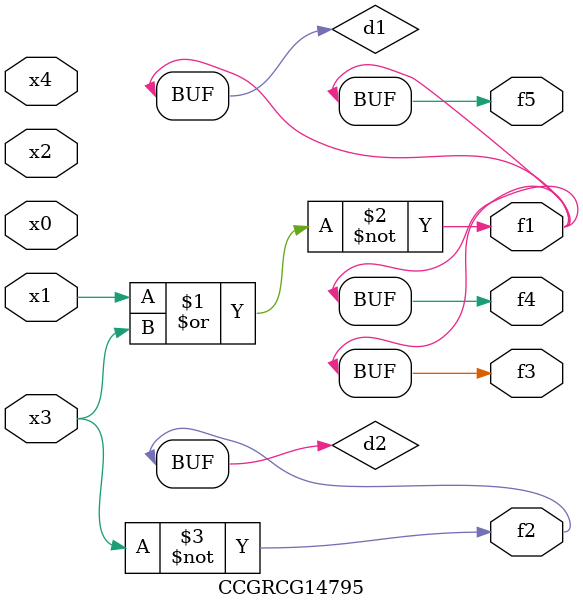
<source format=v>
module CCGRCG14795(
	input x0, x1, x2, x3, x4,
	output f1, f2, f3, f4, f5
);

	wire d1, d2;

	nor (d1, x1, x3);
	not (d2, x3);
	assign f1 = d1;
	assign f2 = d2;
	assign f3 = d1;
	assign f4 = d1;
	assign f5 = d1;
endmodule

</source>
